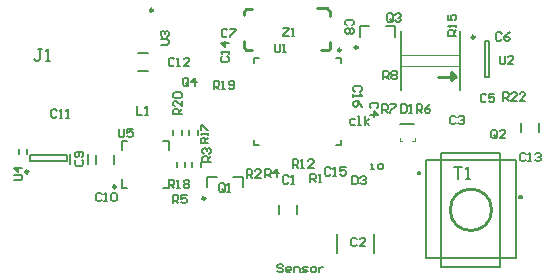
<source format=gto>
%FSLAX25Y25*%
%MOIN*%
G70*
G01*
G75*
G04 Layer_Color=65535*
%ADD10R,0.07874X0.01969*%
%ADD11R,0.07874X0.09843*%
%ADD12R,0.03543X0.02756*%
%ADD13R,0.01969X0.02362*%
%ADD14R,0.05906X0.05906*%
%ADD15R,0.06693X0.04331*%
%ADD16R,0.03543X0.03150*%
%ADD17R,0.04331X0.06693*%
%ADD18R,0.02362X0.04528*%
%ADD19O,0.00984X0.03543*%
%ADD20O,0.03543X0.00984*%
%ADD21R,0.22441X0.22441*%
%ADD22R,0.07480X0.10236*%
%ADD23R,0.02559X0.04331*%
%ADD24R,0.04724X0.02362*%
%ADD25R,0.06693X0.03150*%
%ADD26R,0.03150X0.03543*%
%ADD27R,0.00984X0.04331*%
%ADD28R,0.08071X0.08071*%
%ADD29O,0.00787X0.03543*%
%ADD30O,0.03543X0.00787*%
%ADD31R,0.05315X0.04724*%
%ADD32R,0.19685X0.04724*%
%ADD33R,0.01969X0.01969*%
%ADD34R,0.12992X0.05512*%
%ADD35R,0.05118X0.02756*%
%ADD36R,0.05709X0.17323*%
%ADD37C,0.00984*%
%ADD38C,0.01181*%
%ADD39C,0.01969*%
%ADD40C,0.01575*%
%ADD41C,0.03937*%
%ADD42R,0.13780X0.06496*%
%ADD43R,0.15748X0.07874*%
%ADD44C,0.05118*%
%ADD45R,0.09055X0.07087*%
%ADD46C,0.04724*%
%ADD47P,0.06392X8X112.5*%
%ADD48C,0.06000*%
%ADD49C,0.04331*%
%ADD50C,0.02756*%
%ADD51C,0.01969*%
%ADD52C,0.03543*%
%ADD53C,0.03937*%
%ADD54R,0.03937X0.05906*%
%ADD55R,0.05906X0.06890*%
%ADD56C,0.01000*%
%ADD57C,0.00787*%
%ADD58C,0.00394*%
%ADD59C,0.00606*%
%ADD60C,0.00591*%
D37*
X63779Y-63681D02*
G03*
X63779Y-63681I-492J0D01*
G01*
X109055Y-14272D02*
G03*
X109055Y-14272I-492J0D01*
G01*
X4823Y-54823D02*
G03*
X4823Y-54823I-492J0D01*
G01*
X46358Y-984D02*
G03*
X46358Y-984I-492J0D01*
G01*
X114665Y-13386D02*
G03*
X114665Y-13386I-492J0D01*
G01*
X34055Y-59842D02*
G03*
X34055Y-59842I-492J0D01*
G01*
X153543Y-9941D02*
G03*
X153543Y-9941I-492J0D01*
G01*
D56*
X159252Y-67520D02*
G03*
X159252Y-67520I-6890J0D01*
G01*
X101181Y-295D02*
X104331D01*
X105512Y-1476D01*
Y-3051D02*
Y-1476D01*
X77559Y-689D02*
X79528D01*
X76772Y-1476D02*
X77559Y-689D01*
X76772Y-2657D02*
Y-1476D01*
Y-13287D02*
Y-11319D01*
Y-13287D02*
X77559Y-14075D01*
X79528D01*
X105512Y-13681D02*
Y-11713D01*
X105118Y-14075D02*
X105512Y-13681D01*
X102362Y-14075D02*
X105118D01*
X144882Y-23130D02*
X147244D01*
X145669Y-21555D02*
X147244Y-23130D01*
X145669Y-24311D02*
Y-21555D01*
Y-24311D02*
X146850Y-23130D01*
X141339D02*
X146850D01*
D57*
X55905Y-42421D02*
Y-40846D01*
X53150Y-42421D02*
Y-40846D01*
X54429Y-53150D02*
Y-51575D01*
X57185Y-53150D02*
Y-51575D01*
X58563Y-42421D02*
Y-40846D01*
X61319Y-42421D02*
Y-40846D01*
X62303Y-53150D02*
Y-51575D01*
X59547Y-53150D02*
Y-51575D01*
X175098Y-41634D02*
Y-38484D01*
X169193Y-41634D02*
Y-38484D01*
X41437Y-15256D02*
X44587D01*
X41437Y-21161D02*
X44587D01*
X24606Y-52165D02*
Y-49016D01*
X18701Y-52165D02*
Y-49016D01*
X33366Y-52264D02*
Y-49114D01*
X27461Y-52264D02*
Y-49114D01*
X64468Y-60039D02*
Y-56496D01*
X67618D01*
X76279Y-60039D02*
Y-56496D01*
X73130D02*
X76279D01*
X109153Y-45965D02*
Y-44291D01*
X107480Y-45965D02*
X109153D01*
X80020D02*
Y-44291D01*
Y-45965D02*
X81693D01*
X80020Y-18504D02*
Y-16831D01*
X81693D01*
X109153Y-18504D02*
Y-16831D01*
X107480D02*
X109153D01*
X5413Y-49114D02*
X17618D01*
X5413Y-51083D02*
X17618D01*
Y-49114D01*
X5413Y-51083D02*
Y-49114D01*
X94390Y-68898D02*
Y-65748D01*
X88484Y-68898D02*
Y-65748D01*
X124016Y-6201D02*
X127165D01*
Y-9744D02*
Y-6201D01*
X115354D02*
X118504D01*
X115354Y-9744D02*
Y-6201D01*
X1772Y-48917D02*
Y-47343D01*
X4528Y-48917D02*
Y-47343D01*
X36024Y-60138D02*
X37894D01*
X36024D02*
Y-57284D01*
X49705Y-60138D02*
X51575D01*
Y-57284D01*
Y-47441D02*
Y-44587D01*
X49705D02*
X51575D01*
X36024D02*
X37894D01*
X36024Y-47441D02*
Y-44587D01*
X168504Y-63583D02*
Y-62795D01*
Y-63583D02*
X169291D01*
Y-62795D01*
X168504D02*
X169291D01*
X134646Y-54921D02*
X135433D01*
Y-55709D02*
Y-54921D01*
X134646Y-55709D02*
X135433D01*
X134646D02*
Y-54921D01*
X137402Y-83661D02*
X167323D01*
X137402D02*
Y-50984D01*
X142520Y-48622D02*
X162205D01*
Y-86417D02*
Y-48622D01*
X142520Y-86417D02*
X162205D01*
X142520D02*
Y-48622D01*
X137402Y-50984D02*
X167323D01*
Y-83661D02*
Y-50984D01*
X128839Y-39016D02*
X133563D01*
X119980Y-81791D02*
Y-75492D01*
X107776Y-81791D02*
Y-75492D01*
X157185Y-11122D02*
X158366D01*
X157185Y-23327D02*
X158366D01*
X157185D02*
Y-11122D01*
X158366Y-23327D02*
Y-11122D01*
D58*
X129528Y-16043D02*
X148819D01*
X129528Y-19587D02*
X148819D01*
X128720Y-44409D02*
X129547D01*
X128681Y-44370D02*
X128720Y-44409D01*
X128681Y-44370D02*
Y-43465D01*
X132815Y-44449D02*
X133681D01*
Y-43583D01*
D59*
X129134Y-27461D02*
Y-7776D01*
X148819Y-27461D02*
Y-7776D01*
D60*
X9514Y-13978D02*
X8202D01*
X8858D01*
Y-17257D01*
X8202Y-17913D01*
X7546D01*
X6890Y-17257D01*
X10825Y-17913D02*
X12137D01*
X11481D01*
Y-13978D01*
X10825Y-14634D01*
X55905Y-35728D02*
X53150D01*
Y-34351D01*
X53610Y-33892D01*
X54528D01*
X54987Y-34351D01*
Y-35728D01*
Y-34810D02*
X55905Y-33892D01*
Y-31137D02*
Y-32973D01*
X54069Y-31137D01*
X53610D01*
X53150Y-31596D01*
Y-32514D01*
X53610Y-32973D01*
Y-30218D02*
X53150Y-29759D01*
Y-28841D01*
X53610Y-28382D01*
X55446D01*
X55905Y-28841D01*
Y-29759D01*
X55446Y-30218D01*
X53610D01*
X58185Y-25727D02*
Y-23890D01*
X57726Y-23431D01*
X56808D01*
X56349Y-23890D01*
Y-25727D01*
X56808Y-26186D01*
X57726D01*
X57267Y-25267D02*
X58185Y-26186D01*
X57726D02*
X58185Y-25727D01*
X60481Y-26186D02*
Y-23431D01*
X59104Y-24808D01*
X60941D01*
X112795Y-56300D02*
Y-59055D01*
X114173D01*
X114632Y-58596D01*
Y-56759D01*
X114173Y-56300D01*
X112795D01*
X115550Y-56759D02*
X116009Y-56300D01*
X116928D01*
X117387Y-56759D01*
Y-57218D01*
X116928Y-57678D01*
X116469D01*
X116928D01*
X117387Y-58137D01*
Y-58596D01*
X116928Y-59055D01*
X116009D01*
X115550Y-58596D01*
X51575Y-60236D02*
Y-57481D01*
X52952D01*
X53412Y-57940D01*
Y-58859D01*
X52952Y-59318D01*
X51575D01*
X52493D02*
X53412Y-60236D01*
X54330D02*
X55248D01*
X54789D01*
Y-57481D01*
X54330Y-57940D01*
X56626D02*
X57085Y-57481D01*
X58003D01*
X58462Y-57940D01*
Y-58399D01*
X58003Y-58859D01*
X58462Y-59318D01*
Y-59777D01*
X58003Y-60236D01*
X57085D01*
X56626Y-59777D01*
Y-59318D01*
X57085Y-58859D01*
X56626Y-58399D01*
Y-57940D01*
X57085Y-58859D02*
X58003D01*
X64665Y-45079D02*
X62304D01*
Y-43898D01*
X62697Y-43505D01*
X63485D01*
X63878Y-43898D01*
Y-45079D01*
Y-44292D02*
X64665Y-43505D01*
Y-42717D02*
Y-41930D01*
Y-42324D01*
X62304D01*
X62697Y-42717D01*
X62304Y-40749D02*
Y-39175D01*
X62697D01*
X64272Y-40749D01*
X64665D01*
X170636Y-48984D02*
X170177Y-48524D01*
X169258D01*
X168799Y-48984D01*
Y-50820D01*
X169258Y-51279D01*
X170177D01*
X170636Y-50820D01*
X171554Y-51279D02*
X172473D01*
X172013D01*
Y-48524D01*
X171554Y-48984D01*
X173850D02*
X174309Y-48524D01*
X175228D01*
X175687Y-48984D01*
Y-49443D01*
X175228Y-49902D01*
X174768D01*
X175228D01*
X175687Y-50361D01*
Y-50820D01*
X175228Y-51279D01*
X174309D01*
X173850Y-50820D01*
X89730Y-86090D02*
X89271Y-85631D01*
X88353D01*
X87894Y-86090D01*
Y-86549D01*
X88353Y-87008D01*
X89271D01*
X89730Y-87467D01*
Y-87927D01*
X89271Y-88386D01*
X88353D01*
X87894Y-87927D01*
X92026Y-88386D02*
X91108D01*
X90649Y-87927D01*
Y-87008D01*
X91108Y-86549D01*
X92026D01*
X92485Y-87008D01*
Y-87467D01*
X90649D01*
X93404Y-88386D02*
Y-86549D01*
X94781D01*
X95240Y-87008D01*
Y-88386D01*
X96159D02*
X97536D01*
X97995Y-87927D01*
X97536Y-87467D01*
X96618D01*
X96159Y-87008D01*
X96618Y-86549D01*
X97995D01*
X99373Y-88386D02*
X100291D01*
X100751Y-87927D01*
Y-87008D01*
X100291Y-86549D01*
X99373D01*
X98914Y-87008D01*
Y-87927D01*
X99373Y-88386D01*
X101669Y-86549D02*
Y-88386D01*
Y-87467D01*
X102128Y-87008D01*
X102587Y-86549D01*
X103046D01*
X53051Y-65354D02*
Y-62599D01*
X54429D01*
X54888Y-63059D01*
Y-63977D01*
X54429Y-64436D01*
X53051D01*
X53970D02*
X54888Y-65354D01*
X57643Y-62599D02*
X55806D01*
Y-63977D01*
X56725Y-63518D01*
X57184D01*
X57643Y-63977D01*
Y-64895D01*
X57184Y-65354D01*
X56265D01*
X55806Y-64895D01*
X77658Y-56791D02*
Y-54036D01*
X79035D01*
X79494Y-54496D01*
Y-55414D01*
X79035Y-55873D01*
X77658D01*
X78576D02*
X79494Y-56791D01*
X82249D02*
X80413D01*
X82249Y-54955D01*
Y-54496D01*
X81790Y-54036D01*
X80872D01*
X80413Y-54496D01*
X53412Y-17389D02*
X52952Y-16930D01*
X52034D01*
X51575Y-17389D01*
Y-19226D01*
X52034Y-19685D01*
X52952D01*
X53412Y-19226D01*
X54330Y-19685D02*
X55248D01*
X54789D01*
Y-16930D01*
X54330Y-17389D01*
X58462Y-19685D02*
X56626D01*
X58462Y-17848D01*
Y-17389D01*
X58003Y-16930D01*
X57085D01*
X56626Y-17389D01*
X20736Y-50919D02*
X20276Y-51378D01*
Y-52297D01*
X20736Y-52756D01*
X22572D01*
X23031Y-52297D01*
Y-51378D01*
X22572Y-50919D01*
Y-50001D02*
X23031Y-49542D01*
Y-48623D01*
X22572Y-48164D01*
X20736D01*
X20276Y-48623D01*
Y-49542D01*
X20736Y-50001D01*
X21195D01*
X21654Y-49542D01*
Y-48164D01*
X29297Y-62271D02*
X28838Y-61812D01*
X27920D01*
X27461Y-62271D01*
Y-64108D01*
X27920Y-64567D01*
X28838D01*
X29297Y-64108D01*
X30216Y-64567D02*
X31134D01*
X30675D01*
Y-61812D01*
X30216Y-62271D01*
X32511D02*
X32971Y-61812D01*
X33889D01*
X34348Y-62271D01*
Y-64108D01*
X33889Y-64567D01*
X32971D01*
X32511Y-64108D01*
Y-62271D01*
X70242Y-60958D02*
Y-59122D01*
X69783Y-58662D01*
X68865D01*
X68405Y-59122D01*
Y-60958D01*
X68865Y-61417D01*
X69783D01*
X69324Y-60499D02*
X70242Y-61417D01*
X69783D02*
X70242Y-60958D01*
X71161Y-61417D02*
X72079D01*
X71620D01*
Y-58662D01*
X71161Y-59122D01*
X86910Y-12206D02*
Y-14502D01*
X87369Y-14961D01*
X88287D01*
X88746Y-14502D01*
Y-12206D01*
X89665Y-14961D02*
X90583D01*
X90124D01*
Y-12206D01*
X89665Y-12665D01*
X89862Y-6792D02*
X91699D01*
Y-7251D01*
X89862Y-9088D01*
Y-9547D01*
X91699D01*
X92617D02*
X93536D01*
X93076D01*
Y-6792D01*
X92617Y-7251D01*
X99Y-57677D02*
X2395D01*
X2854Y-57218D01*
Y-56300D01*
X2395Y-55840D01*
X99D01*
X2854Y-53545D02*
X99D01*
X1477Y-54922D01*
Y-53086D01*
X48918Y-12500D02*
X51214D01*
X51673Y-12041D01*
Y-11123D01*
X51214Y-10663D01*
X48918D01*
X49377Y-9745D02*
X48918Y-9286D01*
Y-8367D01*
X49377Y-7908D01*
X49837D01*
X50296Y-8367D01*
Y-8827D01*
Y-8367D01*
X50755Y-7908D01*
X51214D01*
X51673Y-8367D01*
Y-9286D01*
X51214Y-9745D01*
X98819Y-58169D02*
Y-55414D01*
X100196D01*
X100656Y-55873D01*
Y-56792D01*
X100196Y-57251D01*
X98819D01*
X99737D02*
X100656Y-58169D01*
X101574D02*
X102492D01*
X102033D01*
Y-55414D01*
X101574Y-55873D01*
X83760Y-56693D02*
Y-53938D01*
X85137D01*
X85597Y-54397D01*
Y-55315D01*
X85137Y-55775D01*
X83760D01*
X84678D02*
X85597Y-56693D01*
X87892D02*
Y-53938D01*
X86515Y-55315D01*
X88352D01*
X123130Y-24016D02*
Y-21261D01*
X124507D01*
X124967Y-21720D01*
Y-22638D01*
X124507Y-23097D01*
X123130D01*
X124048D02*
X124967Y-24016D01*
X125885Y-21720D02*
X126344Y-21261D01*
X127262D01*
X127722Y-21720D01*
Y-22179D01*
X127262Y-22638D01*
X127722Y-23097D01*
Y-23557D01*
X127262Y-24016D01*
X126344D01*
X125885Y-23557D01*
Y-23097D01*
X126344Y-22638D01*
X125885Y-22179D01*
Y-21720D01*
X126344Y-22638D02*
X127262D01*
X119095Y-53937D02*
X120013D01*
X119554D01*
Y-52100D01*
X119095D01*
X121850Y-53937D02*
X122768D01*
X123227Y-53478D01*
Y-52560D01*
X122768Y-52100D01*
X121850D01*
X121390Y-52560D01*
Y-53478D01*
X121850Y-53937D01*
X113746Y-37238D02*
X112369D01*
X111909Y-37697D01*
Y-38616D01*
X112369Y-39075D01*
X113746D01*
X114664D02*
X115583D01*
X115124D01*
Y-36320D01*
X114664D01*
X116960Y-39075D02*
Y-36320D01*
Y-38157D02*
X118338Y-37238D01*
X116960Y-38157D02*
X118338Y-39075D01*
X115485Y-28116D02*
X115944Y-27657D01*
Y-26739D01*
X115485Y-26280D01*
X113648D01*
X113189Y-26739D01*
Y-27657D01*
X113648Y-28116D01*
X113189Y-29035D02*
Y-29953D01*
Y-29494D01*
X115944D01*
X115485Y-29035D01*
X115944Y-33167D02*
X115485Y-32249D01*
X114567Y-31330D01*
X113648D01*
X113189Y-31790D01*
Y-32708D01*
X113648Y-33167D01*
X114107D01*
X114567Y-32708D01*
Y-31330D01*
X105577Y-53807D02*
X105118Y-53347D01*
X104199D01*
X103740Y-53807D01*
Y-55643D01*
X104199Y-56102D01*
X105118D01*
X105577Y-55643D01*
X106495Y-56102D02*
X107413D01*
X106954D01*
Y-53347D01*
X106495Y-53807D01*
X110628Y-53347D02*
X108791D01*
Y-54725D01*
X109709Y-54266D01*
X110169D01*
X110628Y-54725D01*
Y-55643D01*
X110169Y-56102D01*
X109250D01*
X108791Y-55643D01*
X91601Y-56464D02*
X91141Y-56005D01*
X90223D01*
X89764Y-56464D01*
Y-58301D01*
X90223Y-58760D01*
X91141D01*
X91601Y-58301D01*
X92519Y-58760D02*
X93437D01*
X92978D01*
Y-56005D01*
X92519Y-56464D01*
X120898Y-33726D02*
X121357Y-33267D01*
Y-32349D01*
X120898Y-31890D01*
X119062D01*
X118602Y-32349D01*
Y-33267D01*
X119062Y-33726D01*
X118602Y-36022D02*
X121357D01*
X119980Y-34645D01*
Y-36481D01*
X71226Y-7645D02*
X70767Y-7186D01*
X69849D01*
X69390Y-7645D01*
Y-9482D01*
X69849Y-9941D01*
X70767D01*
X71226Y-9482D01*
X72145Y-7186D02*
X73981D01*
Y-7645D01*
X72145Y-9482D01*
Y-9941D01*
X112827Y-6069D02*
X113286Y-5610D01*
Y-4691D01*
X112827Y-4232D01*
X110991D01*
X110531Y-4691D01*
Y-5610D01*
X110991Y-6069D01*
X112827Y-6987D02*
X113286Y-7446D01*
Y-8365D01*
X112827Y-8824D01*
X112368D01*
X111909Y-8365D01*
X111450Y-8824D01*
X110991D01*
X110531Y-8365D01*
Y-7446D01*
X110991Y-6987D01*
X111450D01*
X111909Y-7446D01*
X112368Y-6987D01*
X112827D01*
X111909Y-7446D02*
Y-8365D01*
X126246Y-4364D02*
Y-2527D01*
X125787Y-2068D01*
X124869D01*
X124409Y-2527D01*
Y-4364D01*
X124869Y-4823D01*
X125787D01*
X125328Y-3904D02*
X126246Y-4823D01*
X125787D02*
X126246Y-4364D01*
X127164Y-2527D02*
X127624Y-2068D01*
X128542D01*
X129001Y-2527D01*
Y-2986D01*
X128542Y-3445D01*
X128083D01*
X128542D01*
X129001Y-3904D01*
Y-4364D01*
X128542Y-4823D01*
X127624D01*
X127164Y-4364D01*
X35039Y-40454D02*
Y-42750D01*
X35498Y-43209D01*
X36417D01*
X36876Y-42750D01*
Y-40454D01*
X39631D02*
X37794D01*
Y-41831D01*
X38713Y-41372D01*
X39172D01*
X39631Y-41831D01*
Y-42750D01*
X39172Y-43209D01*
X38254D01*
X37794Y-42750D01*
X14337Y-34515D02*
X13878Y-34056D01*
X12959D01*
X12500Y-34515D01*
Y-36352D01*
X12959Y-36811D01*
X13878D01*
X14337Y-36352D01*
X15255Y-36811D02*
X16173D01*
X15714D01*
Y-34056D01*
X15255Y-34515D01*
X17551Y-36811D02*
X18469D01*
X18010D01*
Y-34056D01*
X17551Y-34515D01*
X146653Y-53249D02*
X149277D01*
X147966D01*
Y-57185D01*
X150589D02*
X151901D01*
X151245D01*
Y-53249D01*
X150589Y-53905D01*
X122736Y-35138D02*
Y-32383D01*
X124114D01*
X124573Y-32842D01*
Y-33760D01*
X124114Y-34220D01*
X122736D01*
X123655D02*
X124573Y-35138D01*
X125491Y-32383D02*
X127328D01*
Y-32842D01*
X125491Y-34679D01*
Y-35138D01*
X134252D02*
Y-32383D01*
X135629D01*
X136089Y-32842D01*
Y-33760D01*
X135629Y-34220D01*
X134252D01*
X135170D02*
X136089Y-35138D01*
X138844Y-32383D02*
X137925Y-32842D01*
X137007Y-33760D01*
Y-34679D01*
X137466Y-35138D01*
X138384D01*
X138844Y-34679D01*
Y-34220D01*
X138384Y-33760D01*
X137007D01*
X65650Y-51575D02*
X62895D01*
Y-50197D01*
X63354Y-49738D01*
X64272D01*
X64731Y-50197D01*
Y-51575D01*
Y-50656D02*
X65650Y-49738D01*
X63354Y-48820D02*
X62895Y-48361D01*
Y-47442D01*
X63354Y-46983D01*
X63813D01*
X64272Y-47442D01*
Y-47901D01*
Y-47442D01*
X64731Y-46983D01*
X65190D01*
X65650Y-47442D01*
Y-48361D01*
X65190Y-48820D01*
X160990Y-43143D02*
Y-41306D01*
X160531Y-40847D01*
X159613D01*
X159153Y-41306D01*
Y-43143D01*
X159613Y-43602D01*
X160531D01*
X160072Y-42684D02*
X160990Y-43602D01*
X160531D02*
X160990Y-43143D01*
X163745Y-43602D02*
X161909D01*
X163745Y-41766D01*
Y-41306D01*
X163286Y-40847D01*
X162368D01*
X161909Y-41306D01*
X129134Y-32383D02*
Y-35138D01*
X130511D01*
X130971Y-34679D01*
Y-32842D01*
X130511Y-32383D01*
X129134D01*
X131889Y-35138D02*
X132807D01*
X132348D01*
Y-32383D01*
X131889Y-32842D01*
X147309Y-36680D02*
X146850Y-36221D01*
X145932D01*
X145472Y-36680D01*
Y-38517D01*
X145932Y-38976D01*
X146850D01*
X147309Y-38517D01*
X148228Y-36680D02*
X148687Y-36221D01*
X149605D01*
X150064Y-36680D01*
Y-37140D01*
X149605Y-37599D01*
X149146D01*
X149605D01*
X150064Y-38058D01*
Y-38517D01*
X149605Y-38976D01*
X148687D01*
X148228Y-38517D01*
X114337Y-77330D02*
X113877Y-76871D01*
X112959D01*
X112500Y-77330D01*
Y-79167D01*
X112959Y-79626D01*
X113877D01*
X114337Y-79167D01*
X117092Y-79626D02*
X115255D01*
X117092Y-77789D01*
Y-77330D01*
X116632Y-76871D01*
X115714D01*
X115255Y-77330D01*
X157447Y-29397D02*
X156988Y-28938D01*
X156069D01*
X155610Y-29397D01*
Y-31234D01*
X156069Y-31693D01*
X156988D01*
X157447Y-31234D01*
X160202Y-28938D02*
X158365D01*
Y-30315D01*
X159284Y-29856D01*
X159743D01*
X160202Y-30315D01*
Y-31234D01*
X159743Y-31693D01*
X158824D01*
X158365Y-31234D01*
X162565Y-8826D02*
X162106Y-8367D01*
X161188D01*
X160728Y-8826D01*
Y-10663D01*
X161188Y-11122D01*
X162106D01*
X162565Y-10663D01*
X165320Y-8367D02*
X164402Y-8826D01*
X163483Y-9745D01*
Y-10663D01*
X163943Y-11122D01*
X164861D01*
X165320Y-10663D01*
Y-10204D01*
X164861Y-9745D01*
X163483D01*
X147539Y-9449D02*
X144784D01*
Y-8071D01*
X145244Y-7612D01*
X146162D01*
X146621Y-8071D01*
Y-9449D01*
Y-8530D02*
X147539Y-7612D01*
Y-6694D02*
Y-5776D01*
Y-6235D01*
X144784D01*
X145244Y-6694D01*
X144784Y-2561D02*
Y-4398D01*
X146162D01*
X145703Y-3480D01*
Y-3020D01*
X146162Y-2561D01*
X147080D01*
X147539Y-3020D01*
Y-3939D01*
X147080Y-4398D01*
X161909Y-16241D02*
Y-18537D01*
X162369Y-18996D01*
X163287D01*
X163746Y-18537D01*
Y-16241D01*
X166501Y-18996D02*
X164664D01*
X166501Y-17159D01*
Y-16700D01*
X166042Y-16241D01*
X165124D01*
X164664Y-16700D01*
X69358Y-16372D02*
X68898Y-16831D01*
Y-17750D01*
X69358Y-18209D01*
X71194D01*
X71653Y-17750D01*
Y-16831D01*
X71194Y-16372D01*
X71653Y-15454D02*
Y-14535D01*
Y-14995D01*
X68898D01*
X69358Y-15454D01*
X71653Y-11780D02*
X68898D01*
X70276Y-13158D01*
Y-11321D01*
X41043Y-33072D02*
Y-35827D01*
X42880D01*
X43798D02*
X44717D01*
X44258D01*
Y-33072D01*
X43798Y-33531D01*
X66634Y-27362D02*
Y-24607D01*
X68011D01*
X68471Y-25066D01*
Y-25985D01*
X68011Y-26444D01*
X66634D01*
X67552D02*
X68471Y-27362D01*
X69389D02*
X70307D01*
X69848D01*
Y-24607D01*
X69389Y-25066D01*
X71685Y-26903D02*
X72144Y-27362D01*
X73062D01*
X73521Y-26903D01*
Y-25066D01*
X73062Y-24607D01*
X72144D01*
X71685Y-25066D01*
Y-25526D01*
X72144Y-25985D01*
X73521D01*
X163091Y-31102D02*
Y-28347D01*
X164468D01*
X164927Y-28806D01*
Y-29725D01*
X164468Y-30184D01*
X163091D01*
X164009D02*
X164927Y-31102D01*
X167682D02*
X165846D01*
X167682Y-29266D01*
Y-28806D01*
X167223Y-28347D01*
X166305D01*
X165846Y-28806D01*
X170437Y-31102D02*
X168601D01*
X170437Y-29266D01*
Y-28806D01*
X169978Y-28347D01*
X169060D01*
X168601Y-28806D01*
X93012Y-53445D02*
Y-50690D01*
X94389D01*
X94849Y-51149D01*
Y-52067D01*
X94389Y-52526D01*
X93012D01*
X93930D02*
X94849Y-53445D01*
X95767D02*
X96685D01*
X96226D01*
Y-50690D01*
X95767Y-51149D01*
X99900Y-53445D02*
X98063D01*
X99900Y-51608D01*
Y-51149D01*
X99440Y-50690D01*
X98522D01*
X98063Y-51149D01*
M02*

</source>
